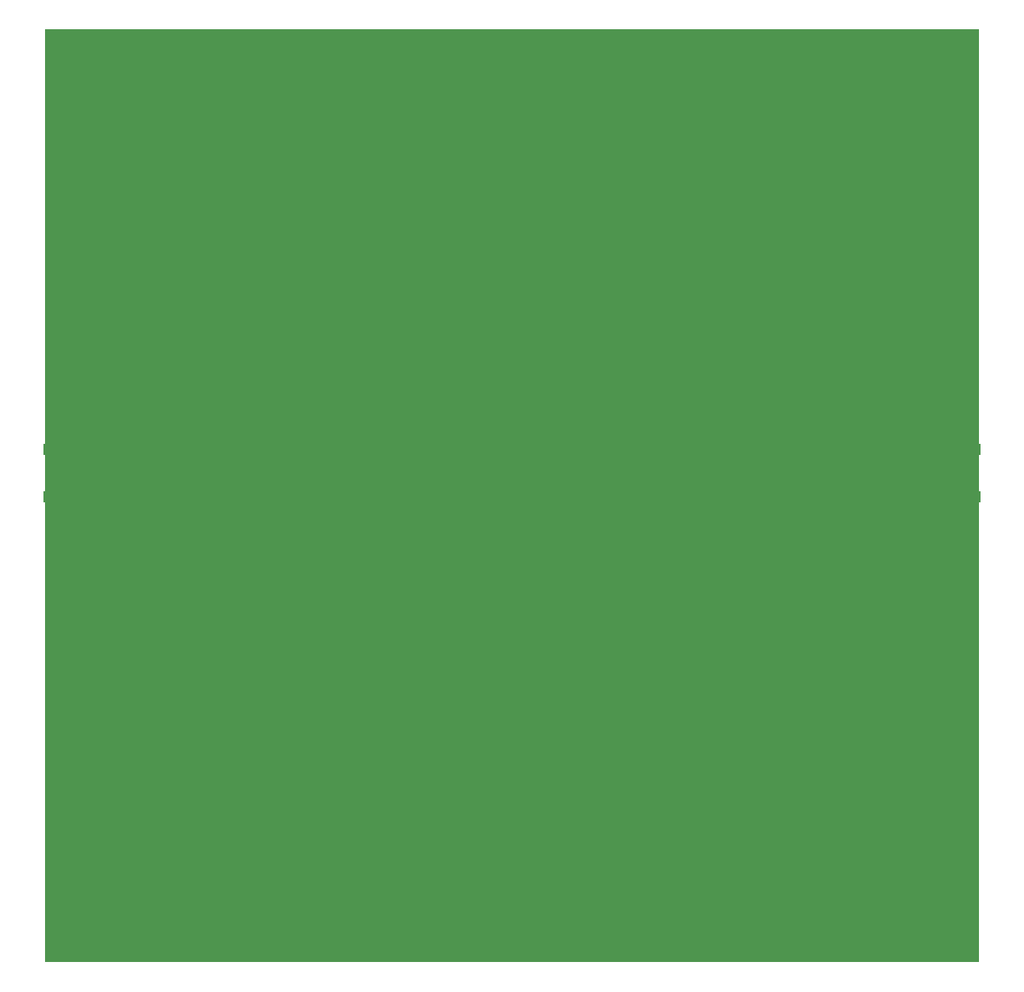
<source format=gbl>
G04 Layer: BottomLayer*
G04 EasyEDA v6.5.51, 2025-12-16 23:48:20*
G04 77cdd402ea8b4af39ab27ed99d798e9d,f94860b59b874e858e59261cd42a22fb,10*
G04 Gerber Generator version 0.2*
G04 Scale: 100 percent, Rotated: No, Reflected: No *
G04 Dimensions in millimeters *
G04 leading zeros omitted , absolute positions ,4 integer and 5 decimal *
%FSLAX45Y45*%
%MOMM*%

%ADD10R,4.5000X1.3000*%
%ADD11R,0.0192X1.3000*%

%LPD*%
D10*
G01*
X199999Y4992496D03*
G01*
X199999Y5502503D03*
G01*
X9799980Y5502478D03*
G01*
X9799980Y4992496D03*
G36*
X0Y9999979D02*
G01*
X9999979Y9999979D01*
X9999979Y0D01*
X0Y0D01*
G37*
M02*

</source>
